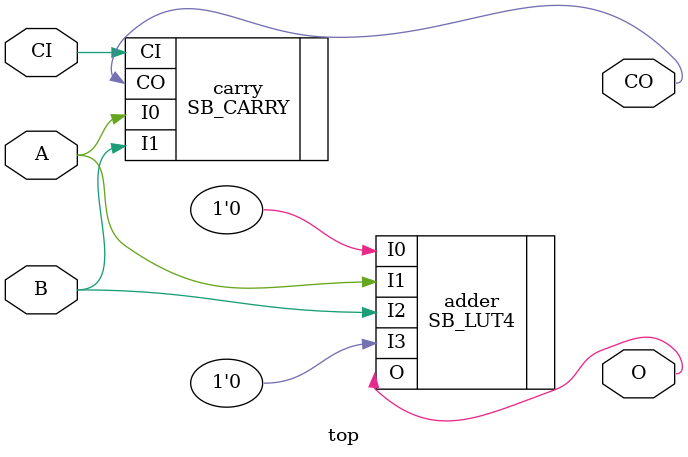
<source format=v>
module top(input A, B, CI, output O, CO);
	SB_CARRY carry (
		.I0(A),
		.I1(B),
		.CI(CI),
		.CO(CO)
	);
	SB_LUT4 #(
		.LUT_INIT(16'b 0110_1001_1001_0110)
	) adder (
		.I0(1'b0),
		.I1(A),
		.I2(B),
		.I3(1'b0),
		.O(O)
	);
endmodule

</source>
